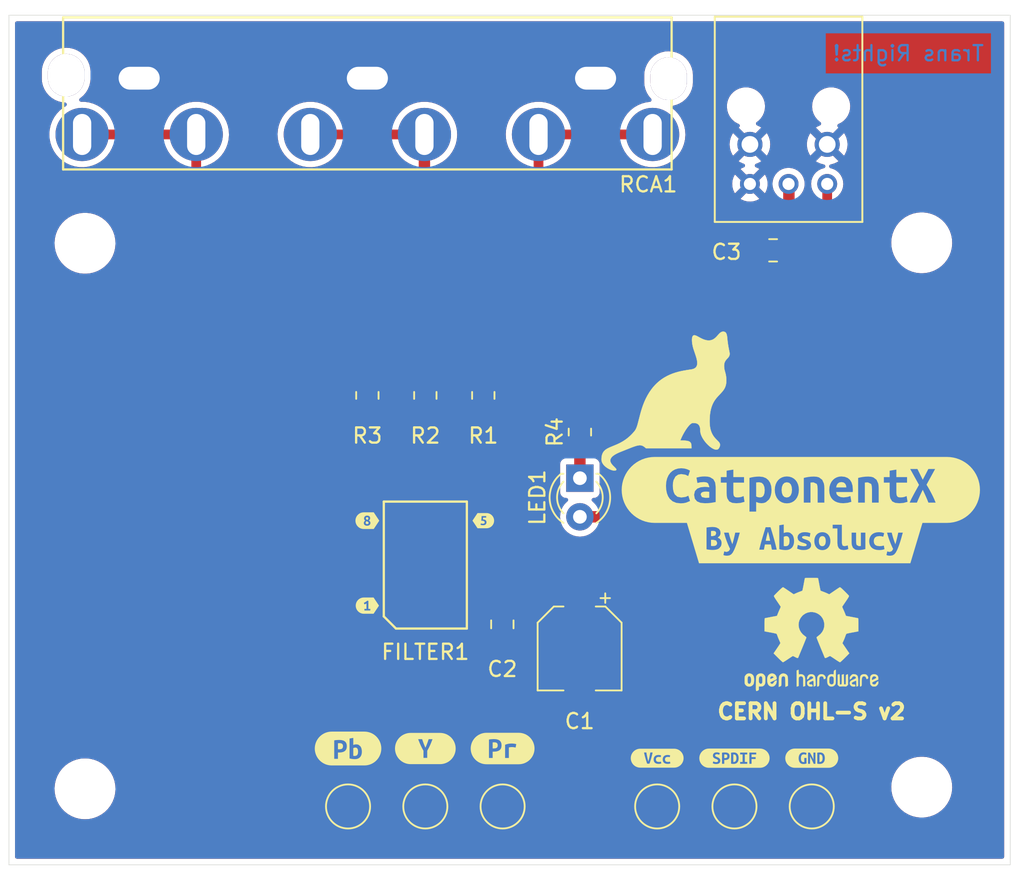
<source format=kicad_pcb>
(kicad_pcb (version 20211014) (generator pcbnew)
  (layers (0 "F.Cu" signal) (31 "B.Cu" signal) (34 "B.Paste" user) (35 "F.Paste" user) (36 "B.SilkS" user "B.Silkscreen") (37 "F.SilkS" user "F.Silkscreen") (38 "B.Mask" user) (39 "F.Mask" user) (44 "Edge.Cuts" user))
  (net 0 "")
  (net 1 "VCC")
  (net 2 "/Y_SRC")
  (net 3 "/Y")
  (net 4 "/Pb_SRC")
  (net 5 "/Pb")
  (net 6 "/Pr_SRC")
  (net 7 "/Pr")
  (net 8 "/Y_2")
  (net 9 "/Pb_2")
  (net 10 "/Pr_2")
  (net 11 "GND")
  (net 12 "SPDIF")
  (net 13 "Net-(LED1-Pad1)")
  (footprint "kibuzzard-630E2579" (layer "F.Cu") (at 59.708 191.025)
    (fp_text reference "kibuzzard-630E2579" hide)
    (fp_text value "G***" hide)
  )
  (footprint "kibuzzard-630BAD90" (layer "F.Cu") (at 64.788 191.025)
    (fp_text reference "kibuzzard-630BAD90" hide)
    (fp_text value "G***" hide)
  )
  (footprint "Capacitor_SMD:C_0805_2012Metric_Pad1.18x1.45mm_HandSolder" (layer "F.Cu") (at 62.248 157.624)
    (fp_text reference "C3" (at -3.066 0.11) (layer "F.SilkS"))
    (fp_text value "0.1uF")
    (pad "1" smd roundrect (at -1.0375 0) (size 1.175 1.45) (layers "F.Cu" "F.Paste" "F.Mask") (roundrect_rratio 0.2127659574) (net 11 "GND"))
    (pad "2" smd roundrect (at 1.0375 0) (size 1.175 1.45) (layers "F.Cu" "F.Paste" "F.Mask") (roundrect_rratio 0.2127659574) (net 1 "VCC"))
  )
  (footprint "TestPoint:TestPoint_Pad_D2.5mm" (layer "F.Cu") (at 54.628 194.2)
    (fp_text reference "VCC_IN1" hide)
    (fp_text value "Y_IN" hide)
    (pad "1" smd circle (at 0 0) (size 2.5 2.5) (layers "F.Cu" "F.Mask") (net 1 "VCC"))
  )
  (footprint "kibuzzard-630BAD88" (layer "F.Cu") (at 54.628 191.025)
    (fp_text reference "kibuzzard-630BAD88" hide)
    (fp_text value "G***" hide)
  )
  (footprint "Resistor_SMD:R_0805_2012Metric_Pad1.20x1.40mm_HandSolder" (layer "F.Cu") (at 39.388 167.165 90)
    (fp_text reference "R2" (at -2.651 0 180) (layer "F.SilkS"))
    (fp_text value "R75")
    (pad "1" smd roundrect (at -1 0 90) (size 1.2 1.4) (layers "F.Cu" "F.Paste" "F.Mask") (roundrect_rratio 0.2083333333) (net 3 "/Y"))
    (pad "2" smd roundrect (at 1 0 90) (size 1.2 1.4) (layers "F.Cu" "F.Paste" "F.Mask") (roundrect_rratio 0.2083333333) (net 8 "/Y_2"))
  )
  (footprint "MountingHole:MountingHole_3.2mm_M3" (layer "F.Cu") (at 72.018 192.93)
    (fp_text reference "REF**" hide)
    (fp_text value "MountingHole_3.2mm_M3" hide)
    (pad "" np_thru_hole circle (at 0 0) (size 3.2 3.2) (drill 3.2) (layers *.Cu *.Mask))
  )
  (footprint "Capacitor_SMD:CP_Elec_5x5.8" (layer "F.Cu") (at 49.53 183.81 -90)
    (fp_text reference "C1" (at 4.785 0 180) (layer "F.SilkS"))
    (fp_text value "10uF")
    (pad "1" smd roundrect (at -2.2 0 270) (size 3 1.6) (layers "F.Cu" "F.Paste" "F.Mask") (roundrect_rratio 0.15625) (net 1 "VCC"))
    (pad "2" smd roundrect (at 2.2 0 270) (size 3 1.6) (layers "F.Cu" "F.Paste" "F.Mask") (roundrect_rratio 0.15625) (net 11 "GND"))
  )
  (footprint "CatponentX:THS7316" (layer "F.Cu") (at 39.388 178.325 90)
    (fp_text reference "FILTER1" (at -5.715 0 180) (layer "F.SilkS"))
    (fp_text value "THS7316")
    (pad "1" smd rect (at -2.8 -1.905) (size 0.65 1.75) (layers "F.Cu" "F.Paste" "F.Mask") (net 4 "/Pb_SRC"))
    (pad "2" smd rect (at -2.8 -0.635) (size 0.65 1.75) (layers "F.Cu" "F.Paste" "F.Mask") (net 2 "/Y_SRC"))
    (pad "3" smd rect (at -2.8 0.635) (size 0.65 1.75) (layers "F.Cu" "F.Paste" "F.Mask") (net 6 "/Pr_SRC"))
    (pad "4" smd rect (at -2.8 1.905) (size 0.65 1.75) (layers "F.Cu" "F.Paste" "F.Mask") (net 1 "VCC"))
    (pad "5" smd rect (at 2.8 1.905) (size 0.65 1.75) (layers "F.Cu" "F.Paste" "F.Mask") (net 11 "GND"))
    (pad "6" smd rect (at 2.8 0.635) (size 0.65 1.75) (layers "F.Cu" "F.Paste" "F.Mask") (net 7 "/Pr"))
    (pad "7" smd rect (at 2.8 -0.635) (size 0.65 1.75) (layers "F.Cu" "F.Paste" "F.Mask") (net 3 "/Y"))
    (pad "8" smd rect (at 2.8 -1.905) (size 0.65 1.75) (layers "F.Cu" "F.Paste" "F.Mask") (net 5 "/Pb"))
  )
  (footprint "LED_THT:LED_D3.0mm" (layer "F.Cu") (at 49.548 172.61 -90)
    (fp_text reference "LED1" (at 1.27 2.794 90) (layer "F.SilkS"))
    (fp_text value "WP914IDT")
    (pad "1" thru_hole rect (at 0 0 270) (size 1.8 1.8) (drill 0.9) (layers *.Cu *.Mask) (net 13 "Net-(LED1-Pad1)"))
    (pad "2" thru_hole circle (at 2.54 0 270) (size 1.8 1.8) (drill 0.9) (layers *.Cu *.Mask) (net 1 "VCC"))
  )
  (footprint "kibuzzard-630C1A0C" (layer "F.Cu") (at 43.198 175.404)
    (fp_text reference "kibuzzard-630C1A0C" hide)
    (fp_text value "G***" hide)
  )
  (footprint "kibuzzard-630D7263" (layer "F.Cu") (at 34.308 190.39)
    (fp_text reference "kibuzzard-630D7263" hide)
    (fp_text value "G***" hide)
  )
  (footprint "Resistor_SMD:R_0805_2012Metric_Pad1.20x1.40mm_HandSolder" (layer "F.Cu") (at 49.548 169.578 90)
    (fp_text reference "R4" (at 0 -1.65 90) (layer "F.SilkS"))
    (fp_text value "R160")
    (pad "1" smd roundrect (at -1 0 90) (size 1.2 1.4) (layers "F.Cu" "F.Paste" "F.Mask") (roundrect_rratio 0.2083333333) (net 13 "Net-(LED1-Pad1)"))
    (pad "2" smd roundrect (at 1 0 90) (size 1.2 1.4) (layers "F.Cu" "F.Paste" "F.Mask") (roundrect_rratio 0.2083333333) (net 11 "GND"))
  )
  (footprint "CatponentX:FCR684205T" (layer "F.Cu") (at 63.264 142.257 90)
    (fp_text reference "TOSLINK1" hide)
    (fp_text value "FCR684208T")
    (pad "" np_thru_hole circle (at -5.9 2.8 90) (size 1.7 1.7) (drill 1.7) (layers *.Cu *.Mask))
    (pad "" np_thru_hole circle (at -5.9 -2.8 90) (size 1.7 1.7) (drill 1.7) (layers *.Cu *.Mask))
    (pad "1" thru_hole circle (at -11 -2.54 90) (size 1.308 1.308) (drill 0.8) (layers *.Cu *.Mask) (net 11 "GND"))
    (pad "2" thru_hole circle (at -11 0 90) (size 1.308 1.308) (drill 0.8) (layers *.Cu *.Mask) (net 1 "VCC"))
    (pad "3" thru_hole circle (at -11 2.54 90) (size 1.308 1.308) (drill 0.8) (layers *.Cu *.Mask) (net 12 "SPDIF"))
    (pad "MP1" thru_hole circle (at -8.4 -2.54 90) (size 1.65 1.65) (drill 1.1) (layers *.Cu *.Mask) (net 11 "GND"))
    (pad "MP2" thru_hole circle (at -8.4 2.54 90) (size 1.65 1.65) (drill 1.1) (layers *.Cu *.Mask) (net 11 "GND"))
  )
  (footprint "kibuzzard-630C1A19" (layer "F.Cu") (at 35.578 175.404)
    (fp_text reference "kibuzzard-630C1A19" hide)
    (fp_text value "G***" hide)
  )
  (footprint "TestPoint:TestPoint_Pad_D2.5mm" (layer "F.Cu") (at 44.468 194.2)
    (fp_text reference "Pr_IN1" hide)
    (fp_text value "Y_IN" hide)
    (pad "1" smd circle (at 0 0) (size 2.5 2.5) (layers "F.Cu" "F.Mask") (net 6 "/Pr_SRC"))
  )
  (footprint "TestPoint:TestPoint_Pad_D2.5mm" (layer "F.Cu") (at 39.388 194.2)
    (fp_text reference "Y_IN1" hide)
    (fp_text value "Pb_IN" hide)
    (pad "1" smd circle (at 0 0) (size 2.5 2.5) (layers "F.Cu" "F.Mask") (net 2 "/Y_SRC"))
  )
  (footprint "TestPoint:TestPoint_Pad_D2.5mm" (layer "F.Cu") (at 59.708 194.2)
    (fp_text reference "SPDIF_IN1" hide)
    (fp_text value "Y_IN")
    (pad "1" smd circle (at 0 0) (size 2.5 2.5) (layers "F.Cu" "F.Mask") (net 12 "SPDIF"))
  )
  (footprint "CatponentX:PJRAN3X1U" (layer "F.Cu") (at 35.578 150.004 180)
    (fp_text reference "RCA1" (at -18.46326 -3.29008 180) (layer "F.SilkS"))
    (fp_text value "PJRAN3XIU03X")
    (pad "" thru_hole oval (at 19.8 3.9 180) (size 2.4 2.8) (drill oval 2.4 2.8) (layers *.Cu *.Mask))
    (pad "" thru_hole oval (at -19.8 3.67 180) (size 2.4 2.8) (drill oval 2.4 2.8) (layers *.Cu *.Mask))
    (pad "1" thru_hole oval (at -15 3.7 180) (size 3.5 3.5) (drill oval 2.7 1.5) (layers *.Cu *.Mask) (net 11 "GND"))
    (pad "2" thru_hole oval (at -18.75 0 180) (size 3.5 3.5) (drill oval 1.2 2.7) (layers *.Cu *.Mask) (net 10 "/Pr_2"))
    (pad "3" thru_hole oval (at -11.25 0 180) (size 3.5 3.5) (drill oval 1.2 2.7) (layers *.Cu *.Mask) (net 10 "/Pr_2"))
    (pad "4" thru_hole oval (at 0 3.7 180) (size 3.5 3.5) (drill oval 2.7 1.5) (layers *.Cu *.Mask) (net 11 "GND"))
    (pad "5" thru_hole oval (at -3.75 0 180) (size 3.5 3.5) (drill oval 1.2 2.7) (layers *.Cu *.Mask) (net 8 "/Y_2"))
    (pad "6" thru_hole oval (at 3.75 0 180) (size 3.5 3.5) (drill oval 1.2 2.7) (layers *.Cu *.Mask) (net 8 "/Y_2"))
    (pad "7" thru_hole oval (at 15 3.7 180) (size 3.5 3.5) (drill oval 2.7 1.5) (layers *.Cu *.Mask) (net 11 "GND"))
    (pad "8" thru_hole oval (at 11.25 0 180) (size 3.5 3.5) (drill oval 1.2 2.7) (layers *.Cu *.Mask) (net 9 "/Pb_2"))
    (pad "9" thru_hole oval (at 18.75 0 180) (size 3.5 3.5) (drill oval 1.2 2.7) (layers *.Cu *.Mask) (net 9 "/Pb_2"))
  )
  (footprint "XComponent:Cat" (layer "F.Cu") (at 54.628 166.26)
    (fp_text reference "REF**" hide)
    (fp_text value "Cat" hide)
  )
  (footprint "Resistor_SMD:R_0805_2012Metric_Pad1.20x1.40mm_HandSolder" (layer "F.Cu") (at 35.578 167.165 90)
    (fp_text reference "R3" (at -2.651 0 180) (layer "F.SilkS"))
    (fp_text value "R75")
    (pad "1" smd roundrect (at -1 0 90) (size 1.2 1.4) (layers "F.Cu" "F.Paste" "F.Mask") (roundrect_rratio 0.2083333333) (net 5 "/Pb"))
    (pad "2" smd roundrect (at 1 0 90) (size 1.2 1.4) (layers "F.Cu" "F.Paste" "F.Mask") (roundrect_rratio 0.2083333333) (net 9 "/Pb_2"))
  )
  (footprint "MountingHole:MountingHole_3.2mm_M3" (layer "F.Cu") (at 72.018 157.13)
    (fp_text reference "REF**" hide)
    (fp_text value "MountingHole_3.2mm_M3" hide)
    (pad "" np_thru_hole circle (at 0 0) (size 3.2 3.2) (drill 3.2) (layers *.Cu *.Mask))
  )
  (footprint "Capacitor_SMD:C_0805_2012Metric_Pad1.18x1.45mm_HandSolder" (layer "F.Cu") (at 44.45 182.2235 -90)
    (fp_text reference "C2" (at 2.9425 0 180) (layer "F.SilkS"))
    (fp_text value "0.1uF")
    (pad "1" smd roundrect (at -1.0375 0 270) (size 1.175 1.45) (layers "F.Cu" "F.Paste" "F.Mask") (roundrect_rratio 0.212766) (net 1 "VCC"))
    (pad "2" smd roundrect (at 1.0375 0 270) (size 1.175 1.45) (layers "F.Cu" "F.Paste" "F.Mask") (roundrect_rratio 0.212766) (net 11 "GND"))
  )
  (footprint "kibuzzard-630C1A27" (layer "F.Cu") (at 35.578 180.992)
    (fp_text reference "kibuzzard-630C1A27" hide)
    (fp_text value "G***" hide)
  )
  (footprint "TestPoint:TestPoint_Pad_D2.5mm" (layer "F.Cu") (at 34.308 194.2)
    (fp_text reference "Pb_IN1" hide)
    (fp_text value "Pr_IN" hide)
    (pad "1" smd circle (at 0 0) (size 2.5 2.5) (layers "F.Cu" "F.Mask") (net 4 "/Pb_SRC"))
  )
  (footprint "kibuzzard-6303C288" (layer "F.Cu") (at 64.323786 176.68384)
    (fp_text reference "kibuzzard-6303C288" hide)
    (fp_text value "G***" hide)
  )
  (footprint "Resistor_SMD:R_0805_2012Metric_Pad1.20x1.40mm_HandSolder" (layer "F.Cu") (at 43.198 167.165 90)
    (fp_text reference "R1" (at -2.651 0) (layer "F.SilkS"))
    (fp_text value "R75")
    (pad "1" smd roundrect (at -1 0 90) (size 1.2 1.4) (layers "F.Cu" "F.Paste" "F.Mask") (roundrect_rratio 0.2083333333) (net 7 "/Pr"))
    (pad "2" smd roundrect (at 1 0 90) (size 1.2 1.4) (layers "F.Cu" "F.Paste" "F.Mask") (roundrect_rratio 0.2083333333) (net 10 "/Pr_2"))
  )
  (footprint "kibuzzard-630D7269" (layer "F.Cu") (at 44.468 190.39)
    (fp_text reference "kibuzzard-630D7269" hide)
    (fp_text value "G***" hide)
  )
  (footprint "Symbol:OSHW-Logo2_9.8x8mm_SilkScreen" (layer "F.Cu") (at 64.77 182.88)
    (fp_text reference "REF**" hide)
    (fp_text value "OSHW-Logo2_9.8x8mm_SilkScreen" hide)
  )
  (footprint "MountingHole:MountingHole_3.2mm_M3" (layer "F.Cu") (at 17.018 193.04)
    (fp_text reference "REF**" hide)
    (fp_text value "MountingHole_3.2mm_M3" hide)
    (pad "" np_thru_hole circle (at 0 0) (size 3.2 3.2) (drill 3.2) (layers *.Cu *.Mask))
  )
  (footprint "TestPoint:TestPoint_Pad_D2.5mm" (layer "F.Cu") (at 64.788 194.2)
    (fp_text reference "GND_IN1" hide)
    (fp_text value "Y_IN" hide)
    (pad "1" smd circle (at 0 0) (size 2.5 2.5) (layers "F.Cu" "F.Mask") (net 11 "GND"))
  )
  (footprint "kibuzzard-6303C26E" (layer "F.Cu") (at 64.069786 173.38184)
    (fp_text reference "kibuzzard-6303C26E" hide)
    (fp_text value "G***" hide)
  )
  (footprint "kibuzzard-6303C228" (layer "F.Cu") (at 39.388 190.39)
    (fp_text reference "kibuzzard-6303C228" hide)
    (fp_text value "G***" hide)
  )
  (footprint "MountingHole:MountingHole_3.2mm_M3" (layer "F.Cu") (at 17.018 157.16)
    (fp_text reference "REF**" hide)
    (fp_text value "MountingHole_3.2mm_M3" hide)
    (pad "" np_thru_hole circle (at 0 0) (size 3.2 3.2) (drill 3.2) (layers *.Cu *.Mask))
  )
  (gr_line (start 12.018 142.16) (end 77.836 142.16) (layer "Edge.Cuts") (width 0.0381))
  (gr_line (start 12.018 198.04) (end 12.018 142.16) (layer "Edge.Cuts") (width 0.0381))
  (gr_line (start 77.836 142.16) (end 77.836 198.04) (layer "Edge.Cuts") (width 0.0381))
  (gr_line (start 77.836 198.04) (end 12.018 198.04) (layer "Edge.Cuts") (width 0.0381))
  (gr_text "Trans Rights!" (at 71.138 144.67) (layer "B.Cu") (effects (font (size 1 1)) (justify mirror)))
  (gr_text "CERN OHL-S v2" (at 64.77 187.96) (layer "F.SilkS") (effects (font (size 1 1) (thickness 0.25))))
  (segment (start 54.628 183.941856) (end 54.628 188.538963) (width 0.75) (layer "F.Cu") (net 1))
  (segment (start 54.628 183.941856) (end 54.628 175.785) (width 0.75) (layer "F.Cu") (net 1))
  (segment (start 63.2855 162.968536) (end 63.2855 157.624) (width 0.75) (layer "F.Cu") (net 1))
  (segment (start 54.628 175.785) (end 54.628 174.515) (width 0.75) (layer "F.Cu") (net 1))
  (segment (start 49.307583 181.205) (end 44.651513 181.205) (width 0.75) (layer "F.Cu") (net 1))
  (segment (start 63.2855 153.293702) (end 63.2855 157.624) (width 0.75) (layer "F.Cu") (net 1))
  (segment (start 63.27475 153.26775) (end 63.264 153.257) (width 0.75) (layer "F.Cu") (net 1))
  (segment (start 53.993 175.15) (end 49.548 175.15) (width 0.75) (layer "F.Cu") (net 1))
  (segment (start 53.482548 185.139548) (end 49.548 181.205) (width 0.75) (layer "F.Cu") (net 1))
  (segment (start 61.691707 166.816292) (end 55.077012 173.430987) (width 0.75) (layer "F.Cu") (net 1))
  (segment (start 54.628 188.538963) (end 54.628 194.2) (width 0.75) (layer "F.Cu") (net 1))
  (segment (start 44.391986 181.0975) (end 41.3205 181.0975) (width 0.75) (layer "F.Cu") (net 1))
  (arc (start 63.27475 153.26775) (mid 63.282706 153.279657) (end 63.2855 153.293702) (width 0.75) (layer "F.Cu") (net 1))
  (arc (start 53.993 175.15) (mid 54.442012 175.335987) (end 54.628 175.785) (width 0.75) (layer "F.Cu") (net 1))
  (arc (start 44.391986 181.0975) (mid 44.462213 181.111469) (end 44.52175 181.15125) (width 0.75) (layer "F.Cu") (net 1))
  (arc (start 49.718 181.035) (mid 49.647583 181.205) (end 49.718 181.375) (width 0.75) (layer "F.Cu") (net 1))
  (arc (start 53.993 175.15) (mid 54.442012 174.964012) (end 54.628 174.515) (width 0.75) (layer "F.Cu") (net 1))
  (arc (start 49.307583 181.205) (mid 49.529699 181.249181) (end 49.718 181.375) (width 0.75) (layer "F.Cu") (net 1))
  (arc (start 53.482548 185.139548) (mid 54.330306 186.573092) (end 54.628 188.538963) (width 0.75) (layer "F.Cu") (net 1))
  (arc (start 44.52175 181.15125) (mid 44.581285 181.19103) (end 44.651513 181.205) (width 0.75) (layer "F.Cu") (net 1))
  (arc (start 53.482548 185.139548) (mid 54.213786 185.023469) (end 54.628 183.941856) (width 0.75) (layer "F.Cu") (net 1))
  (arc (start 55.077012 173.430987) (mid 54.744694 173.928336) (end 54.628 174.515) (width 0.75) (layer "F.Cu") (net 1))
  (arc (start 63.2855 162.968536) (mid 62.871286 165.050926) (end 61.691707 166.816292) (width 0.75) (layer "F.Cu") (net 1))
  (arc (start 49.718 181.035) (mid 49.529699 181.160818) (end 49.307583 181.205) (width 0.75) (layer "F.Cu") (net 1))
  (segment (start 39.4144 194.154932) (end 39.4144 189.316795) (width 0.64) (layer "F.Cu") (net 2))
  (segment (start 39.4012 194.1868) (end 39.388 194.2) (width 0.64) (layer "F.Cu") (net 2))
  (segment (start 38.753 187.720034) (end 38.753 181.125) (width 0.64) (layer "F.Cu") (net 2))
  (arc (start 39.4144 194.154932) (mid 39.410969 194.172178) (end 39.4012 194.1868) (width 0.64) (layer "F.Cu") (net 2))
  (arc (start 39.0837 188.518415) (mid 39.328453 188.884714) (end 39.4144 189.316795) (width 0.64) (layer "F.Cu") (net 2))
  (arc (start 38.753 187.720034) (mid 38.838946 188.152114) (end 39.0837 188.518415) (width 0.64) (layer "F.Cu") (net 2))
  (segment (start 38.753 169.249012) (end 38.753 175.525) (width 0.64) (layer "F.Cu") (net 3))
  (segment (start 39.0705 168.4825) (end 39.388 168.165) (width 0.64) (layer "F.Cu") (net 3))
  (arc (start 39.0705 168.4825) (mid 38.835515 168.834178) (end 38.753 169.249012) (width 0.64) (layer "F.Cu") (net 3))
  (segment (start 36.413505 187.373779) (end 35.499799 188.287484) (width 0.64) (layer "F.Cu") (net 4))
  (segment (start 37.483 184.95811) (end 37.483 181.125) (width 0.64) (layer "F.Cu") (net 4))
  (segment (start 34.308 191.164744) (end 34.308 194.2) (width 0.64) (layer "F.Cu") (net 4))
  (segment (start 37.087299 185.913414) (end 36.969694 186.03102) (width 0.64) (layer "F.Cu") (net 4))
  (arc (start 35.499799 188.287484) (mid 34.617738 189.607582) (end 34.308 191.164744) (width 0.64) (layer "F.Cu") (net 4))
  (arc (start 37.483 184.95811) (mid 37.38016 185.475117) (end 37.087299 185.913414) (width 0.64) (layer "F.Cu") (net 4))
  (arc (start 36.6916 186.7024) (mid 36.619325 187.065747) (end 36.413505 187.373779) (width 0.64) (layer "F.Cu") (net 4))
  (arc (start 36.6916 186.7024) (mid 36.763874 186.339051) (end 36.969694 186.03102) (width 0.64) (layer "F.Cu") (net 4))
  (segment (start 36.5305 169.1175) (end 35.578 168.165) (width 0.64) (layer "F.Cu") (net 5))
  (segment (start 37.483 171.417038) (end 37.483 175.525) (width 0.64) (layer "F.Cu") (net 5))
  (arc (start 37.483 171.417038) (mid 37.235453 170.172537) (end 36.5305 169.1175) (width 0.64) (layer "F.Cu") (net 5))
  (segment (start 44.468 191.744678) (end 44.468 194.2) (width 0.64) (layer "F.Cu") (net 6))
  (segment (start 40.023 183.085357) (end 40.023 181.125) (width 0.64) (layer "F.Cu") (net 6))
  (segment (start 42.874207 187.896922) (end 41.409182 186.431897) (width 0.64) (layer "F.Cu") (net 6))
  (arc (start 41.409182 186.431897) (mid 40.383256 184.896491) (end 40.023 183.085357) (width 0.64) (layer "F.Cu") (net 6))
  (arc (start 42.874207 187.896922) (mid 44.053786 189.662287) (end 44.468 191.744678) (width 0.64) (layer "F.Cu") (net 6))
  (segment (start 40.980169 171.860545) (end 42.675548 170.165166) (width 0.64) (layer "F.Cu") (net 7))
  (segment (start 40.023 174.171357) (end 40.023 175.525) (width 0.64) (layer "F.Cu") (net 7))
  (segment (start 43.198 168.903857) (end 43.198 168.165) (width 0.64) (layer "F.Cu") (net 7))
  (arc (start 43.198 168.903857) (mid 43.062219 169.586472) (end 42.675548 170.165166) (width 0.64) (layer "F.Cu") (net 7))
  (arc (start 40.023 174.171357) (mid 40.27176 172.920754) (end 40.980169 171.860545) (width 0.64) (layer "F.Cu") (net 7))
  (segment (start 39.328 166.062573) (end 39.328 150.004) (width 0.75) (layer "F.Cu") (net 8))
  (segment (start 39.358 166.135) (end 39.388 166.165) (width 0.75) (layer "F.Cu") (net 8))
  (segment (start 39.285573 150.004) (end 31.828 150.004) (width 0.64) (layer "F.Cu") (net 8))
  (arc (start 39.358 150.034) (mid 39.380203 150.067229) (end 39.388 150.106426) (width 0.64) (layer "F.Cu") (net 8))
  (arc (start 39.328 166.062573) (mid 39.335796 166.10177) (end 39.358 166.135) (width 0.75) (layer "F.Cu") (net 8))
  (arc (start 39.285573 150.004) (mid 39.32477 150.011796) (end 39.358 150.034) (width 0.64) (layer "F.Cu") (net 8))
  (segment (start 24.121357 150.004) (end 16.828 150.004) (width 0.64) (layer "F.Cu") (net 9))
  (segment (start 24.328 152.661036) (end 24.328 150.004) (width 0.64) (layer "F.Cu") (net 9))
  (segment (start 35.578 165.8775) (end 35.578 165.59) (width 0.64) (layer "F.Cu") (net 9))
  (segment (start 35.374706 165.961706) (end 25.921792 156.508792) (width 0.64) (layer "F.Cu") (net 9))
  (arc (start 24.328 152.661036) (mid 24.742213 154.743426) (end 25.921792 156.508792) (width 0.64) (layer "F.Cu") (net 9))
  (arc (start 35.374706 165.961706) (mid 35.504485 165.987521) (end 35.578 165.8775) (width 0.64) (layer "F.Cu") (net 9))
  (arc (start 24.328 150.210642) (mid 24.365974 150.401555) (end 24.474118 150.563403) (width 0.64) (layer "F.Cu") (net 9))
  (arc (start 24.328 150.210642) (mid 24.267475 150.064524) (end 24.121357 150.004) (width 0.64) (layer "F.Cu") (net 9))
  (segment (start 45.234207 164.128792) (end 43.25674 166.106259) (width 0.64) (layer "F.Cu") (net 10))
  (segment (start 46.955279 150.004) (end 54.328 150.004) (width 0.64) (layer "F.Cu") (net 10))
  (segment (start 46.828 160.281036) (end 46.828 150.004) (width 0.64) (layer "F.Cu") (net 10))
  (segment (start 43.198 166.081928) (end 43.198 165.998857) (width 0.64) (layer "F.Cu") (net 10))
  (arc (start 46.918 150.094) (mid 46.906571 150.036545) (end 46.955279 150.004) (width 0.64) (layer "F.Cu") (net 10))
  (arc (start 43.198 166.081928) (mid 43.219241 166.113718) (end 43.25674 166.106259) (width 0.64) (layer "F.Cu") (net 10))
  (arc (start 46.828 160.281036) (mid 46.413786 162.363426) (end 45.234207 164.128792) (width 0.64) (layer "F.Cu") (net 10))
  (arc (start 46.918 150.094) (mid 46.984609 150.193688) (end 47.008 150.311279) (width 0.64) (layer "F.Cu") (net 10))
  (segment (start 65.804 185.850036) (end 65.804 153.257) (width 0.64) (layer "F.Cu") (net 12))
  (segment (start 64.210207 189.697792) (end 59.708 194.2) (width 0.64) (layer "F.Cu") (net 12))
  (arc (start 65.804 185.850036) (mid 65.389786 187.932426) (end 64.210207 189.697792) (width 0.64) (layer "F.Cu") (net 12))
  (segment (start 49.548 172.61) (end 49.548 170.578) (width 0.75) (layer "F.Cu") (net 13))
  (zone (net 11) (net_name "GND") (layers F&B.Cu) (name "Ground") (connect_pads (clearance 0.4)) (min_thickness 0.254) (fill yes (thermal_gap 0.508) (thermal_bridge_width 0.508))
    (polygon (pts (xy 78.74 199.39) (xy 11.43 199.39) (xy 12.018 141.16) (xy 78.74 141.368)))
  )
)
</source>
